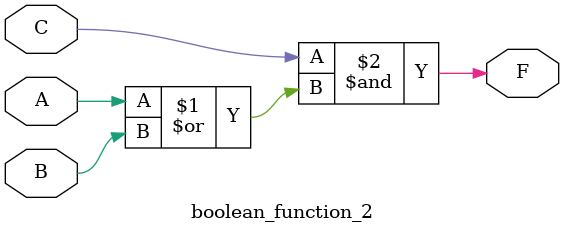
<source format=v>
module boolean_function_2(
input A,
input B,
input C,
output F);

assign F = C & (A | B);
endmodule
</source>
